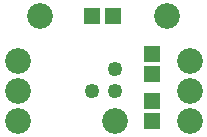
<source format=gbs>
G04 MADE WITH FRITZING*
G04 WWW.FRITZING.ORG*
G04 DOUBLE SIDED*
G04 HOLES PLATED*
G04 CONTOUR ON CENTER OF CONTOUR VECTOR*
%ASAXBY*%
%FSLAX23Y23*%
%MOIN*%
%OFA0B0*%
%SFA1.0B1.0*%
%ADD10C,0.085433*%
%ADD11C,0.049370*%
%ADD12R,0.057244X0.053307*%
%ADD13R,0.053307X0.057244*%
%LNMASK0*%
G90*
G70*
G54D10*
X392Y72D03*
X641Y72D03*
X641Y172D03*
X68Y72D03*
X68Y172D03*
X68Y271D03*
X641Y271D03*
X566Y421D03*
X143Y421D03*
G54D11*
X392Y246D03*
X392Y172D03*
X317Y172D03*
G54D12*
X317Y421D03*
X384Y421D03*
G54D13*
X516Y72D03*
X516Y139D03*
X516Y296D03*
X516Y229D03*
G04 End of Mask0*
M02*
</source>
